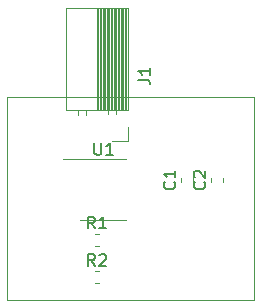
<source format=gbr>
G04 #@! TF.GenerationSoftware,KiCad,Pcbnew,(5.1.2)-2*
G04 #@! TF.CreationDate,2019-07-01T20:42:14+08:00*
G04 #@! TF.ProjectId,test,74657374-2e6b-4696-9361-645f70636258,a*
G04 #@! TF.SameCoordinates,Original*
G04 #@! TF.FileFunction,Legend,Top*
G04 #@! TF.FilePolarity,Positive*
%FSLAX46Y46*%
G04 Gerber Fmt 4.6, Leading zero omitted, Abs format (unit mm)*
G04 Created by KiCad (PCBNEW (5.1.2)-2) date 2019-07-01 20:42:14*
%MOMM*%
%LPD*%
G04 APERTURE LIST*
%ADD10C,0.120000*%
%ADD11C,0.150000*%
G04 APERTURE END LIST*
D10*
X161290000Y-98425000D02*
X140335000Y-98425000D01*
X161290000Y-115570000D02*
X161290000Y-98425000D01*
X140335000Y-115570000D02*
X161290000Y-115570000D01*
X140335000Y-98425000D02*
X140335000Y-115570000D01*
X155065000Y-105572779D02*
X155065000Y-105247221D01*
X156085000Y-105572779D02*
X156085000Y-105247221D01*
X158625000Y-105572779D02*
X158625000Y-105247221D01*
X157605000Y-105572779D02*
X157605000Y-105247221D01*
X147792221Y-109980000D02*
X148117779Y-109980000D01*
X147792221Y-111000000D02*
X148117779Y-111000000D01*
X147792221Y-114175000D02*
X148117779Y-114175000D01*
X147792221Y-113155000D02*
X148117779Y-113155000D01*
X148505001Y-108790001D02*
X150455001Y-108790001D01*
X148505001Y-108790001D02*
X146555001Y-108790001D01*
X148505001Y-103670001D02*
X150455001Y-103670001D01*
X148505001Y-103670001D02*
X145055001Y-103670001D01*
X150435000Y-90875000D02*
X150435000Y-99505000D01*
X150316905Y-90875000D02*
X150316905Y-99505000D01*
X150198810Y-90875000D02*
X150198810Y-99505000D01*
X150080715Y-90875000D02*
X150080715Y-99505000D01*
X149962620Y-90875000D02*
X149962620Y-99505000D01*
X149844525Y-90875000D02*
X149844525Y-99505000D01*
X149726430Y-90875000D02*
X149726430Y-99505000D01*
X149608335Y-90875000D02*
X149608335Y-99505000D01*
X149490240Y-90875000D02*
X149490240Y-99505000D01*
X149372145Y-90875000D02*
X149372145Y-99505000D01*
X149254050Y-90875000D02*
X149254050Y-99505000D01*
X149135955Y-90875000D02*
X149135955Y-99505000D01*
X149017860Y-90875000D02*
X149017860Y-99505000D01*
X148899765Y-90875000D02*
X148899765Y-99505000D01*
X148781670Y-90875000D02*
X148781670Y-99505000D01*
X148663575Y-90875000D02*
X148663575Y-99505000D01*
X148545480Y-90875000D02*
X148545480Y-99505000D01*
X148427385Y-90875000D02*
X148427385Y-99505000D01*
X148309290Y-90875000D02*
X148309290Y-99505000D01*
X148191195Y-90875000D02*
X148191195Y-99505000D01*
X148073100Y-90875000D02*
X148073100Y-99505000D01*
X149585000Y-99505000D02*
X149585000Y-99855000D01*
X148865000Y-99505000D02*
X148865000Y-99855000D01*
X147045000Y-99505000D02*
X147045000Y-99915000D01*
X146325000Y-99505000D02*
X146325000Y-99915000D01*
X147955000Y-90875000D02*
X147955000Y-99505000D01*
X150555000Y-90875000D02*
X150555000Y-99505000D01*
X150555000Y-99505000D02*
X145355000Y-99505000D01*
X145355000Y-90875000D02*
X145355000Y-99505000D01*
X150555000Y-90875000D02*
X145355000Y-90875000D01*
X150555000Y-102075000D02*
X149225000Y-102075000D01*
X150555000Y-100965000D02*
X150555000Y-102075000D01*
D11*
X154502142Y-105576666D02*
X154549761Y-105624285D01*
X154597380Y-105767142D01*
X154597380Y-105862380D01*
X154549761Y-106005238D01*
X154454523Y-106100476D01*
X154359285Y-106148095D01*
X154168809Y-106195714D01*
X154025952Y-106195714D01*
X153835476Y-106148095D01*
X153740238Y-106100476D01*
X153645000Y-106005238D01*
X153597380Y-105862380D01*
X153597380Y-105767142D01*
X153645000Y-105624285D01*
X153692619Y-105576666D01*
X154597380Y-104624285D02*
X154597380Y-105195714D01*
X154597380Y-104910000D02*
X153597380Y-104910000D01*
X153740238Y-105005238D01*
X153835476Y-105100476D01*
X153883095Y-105195714D01*
X157042142Y-105576666D02*
X157089761Y-105624285D01*
X157137380Y-105767142D01*
X157137380Y-105862380D01*
X157089761Y-106005238D01*
X156994523Y-106100476D01*
X156899285Y-106148095D01*
X156708809Y-106195714D01*
X156565952Y-106195714D01*
X156375476Y-106148095D01*
X156280238Y-106100476D01*
X156185000Y-106005238D01*
X156137380Y-105862380D01*
X156137380Y-105767142D01*
X156185000Y-105624285D01*
X156232619Y-105576666D01*
X156232619Y-105195714D02*
X156185000Y-105148095D01*
X156137380Y-105052857D01*
X156137380Y-104814761D01*
X156185000Y-104719523D01*
X156232619Y-104671904D01*
X156327857Y-104624285D01*
X156423095Y-104624285D01*
X156565952Y-104671904D01*
X157137380Y-105243333D01*
X157137380Y-104624285D01*
X147788333Y-109512380D02*
X147455000Y-109036190D01*
X147216904Y-109512380D02*
X147216904Y-108512380D01*
X147597857Y-108512380D01*
X147693095Y-108560000D01*
X147740714Y-108607619D01*
X147788333Y-108702857D01*
X147788333Y-108845714D01*
X147740714Y-108940952D01*
X147693095Y-108988571D01*
X147597857Y-109036190D01*
X147216904Y-109036190D01*
X148740714Y-109512380D02*
X148169285Y-109512380D01*
X148455000Y-109512380D02*
X148455000Y-108512380D01*
X148359761Y-108655238D01*
X148264523Y-108750476D01*
X148169285Y-108798095D01*
X147788333Y-112687380D02*
X147455000Y-112211190D01*
X147216904Y-112687380D02*
X147216904Y-111687380D01*
X147597857Y-111687380D01*
X147693095Y-111735000D01*
X147740714Y-111782619D01*
X147788333Y-111877857D01*
X147788333Y-112020714D01*
X147740714Y-112115952D01*
X147693095Y-112163571D01*
X147597857Y-112211190D01*
X147216904Y-112211190D01*
X148169285Y-111782619D02*
X148216904Y-111735000D01*
X148312142Y-111687380D01*
X148550238Y-111687380D01*
X148645476Y-111735000D01*
X148693095Y-111782619D01*
X148740714Y-111877857D01*
X148740714Y-111973095D01*
X148693095Y-112115952D01*
X148121666Y-112687380D01*
X148740714Y-112687380D01*
X147743096Y-102282381D02*
X147743096Y-103091905D01*
X147790715Y-103187143D01*
X147838334Y-103234762D01*
X147933572Y-103282381D01*
X148124048Y-103282381D01*
X148219286Y-103234762D01*
X148266905Y-103187143D01*
X148314524Y-103091905D01*
X148314524Y-102282381D01*
X149314524Y-103282381D02*
X148743096Y-103282381D01*
X149028810Y-103282381D02*
X149028810Y-102282381D01*
X148933572Y-102425239D01*
X148838334Y-102520477D01*
X148743096Y-102568096D01*
X151447380Y-96918333D02*
X152161666Y-96918333D01*
X152304523Y-96965952D01*
X152399761Y-97061190D01*
X152447380Y-97204047D01*
X152447380Y-97299285D01*
X152447380Y-95918333D02*
X152447380Y-96489761D01*
X152447380Y-96204047D02*
X151447380Y-96204047D01*
X151590238Y-96299285D01*
X151685476Y-96394523D01*
X151733095Y-96489761D01*
M02*

</source>
